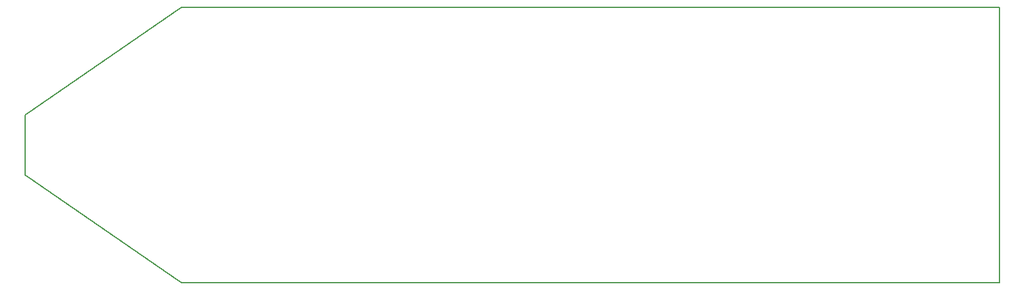
<source format=gbr>
G04 DipTrace 3.3.0.0*
G04 BoardOutline.gbr*
%MOIN*%
G04 #@! TF.FileFunction,Profile*
G04 #@! TF.Part,Single*
%ADD11C,0.005512*%
%FSLAX26Y26*%
G04*
G70*
G90*
G75*
G01*
G04 BoardOutline*
%LPD*%
X0Y912500D2*
D11*
Y587500D1*
X850000Y0D1*
X5300000D1*
Y1500000D1*
X850000D1*
X0Y912500D1*
M02*

</source>
